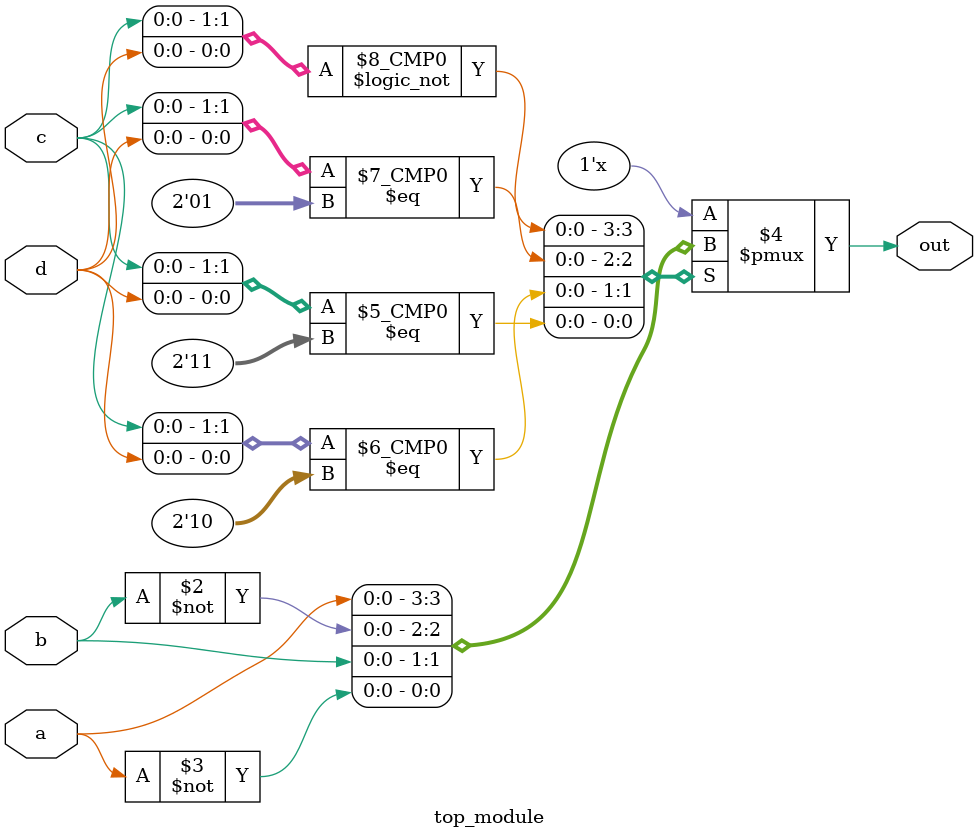
<source format=sv>
module top_module (
	input a, 
	input b,
	input c,
	input d,
	output reg out
);
 
	always @(a, b, c, d) begin
		case ({c, d})
			2'b00: out = a;
			2'b01: out = ~b;
			2'b10: out = b;
			2'b11: out = ~a;
		endcase
	end
	
endmodule

</source>
